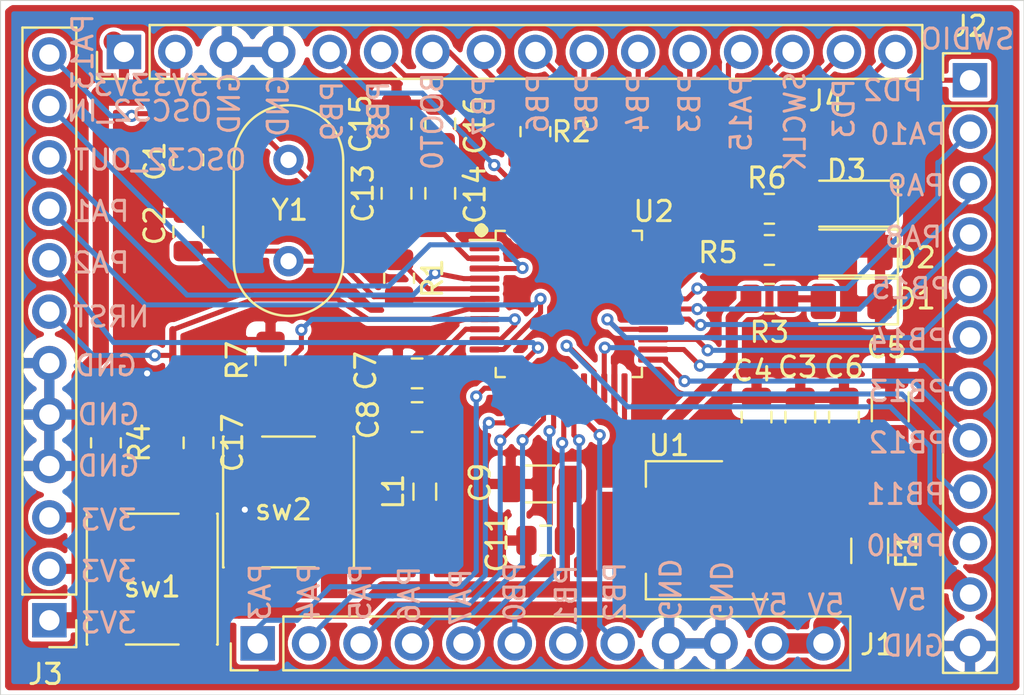
<source format=kicad_pcb>
(kicad_pcb (version 20171130) (host pcbnew "(5.1.9)-1")
  (title_block (title MM32F031C8T6) (date 2021-03-12) (rev v20))
  (layers (0 F.Cu signal) (31 B.Cu signal) (34 B.Paste user) (35 F.Paste user) (36 B.SilkS user) (37 F.SilkS user) (38 B.Mask user) (39 F.Mask user) (44 Edge.Cuts user))
  (net 0 "")
  (net 1 GND)
  (net 2 /OSC_IN)
  (net 3 /OSC_OUT)
  (net 4 /NRST)
  (net 5 +5V)
  (net 6 "Net-(D1-Pad2)")
  (net 7 "Net-(D2-Pad2)")
  (net 8 "Net-(D3-Pad2)")
  (net 9 /PA10)
  (net 10 /PA9)
  (net 11 /PB12)
  (net 12 /PB11)
  (net 13 /PB10)
  (net 14 /PB2)
  (net 15 /PB1)
  (net 16 /PB0)
  (net 17 /PA8)
  (net 18 /PA7)
  (net 19 /PA6)
  (net 20 /PA5)
  (net 21 /PA4)
  (net 22 /PA3)
  (net 23 /PA2)
  (net 24 /PA1)
  (net 25 /PC13_TAMPER_RTC)
  (net 26 /PB13)
  (net 27 /SWDIO)
  (net 28 /SWCLK)
  (net 29 /PA15)
  (net 30 /PA12)
  (net 31 /PA11)
  (net 32 /OSC32_IN)
  (net 33 /OSC32_OUT)
  (net 34 /PB9)
  (net 35 /PB8)
  (net 36 /PB7)
  (net 37 /PB6)
  (net 38 /PB5)
  (net 39 /PB4)
  (net 40 /PB3)
  (net 41 /PA0_WAKEUP)
  (net 42 /BOOT0)
  (net 43 /PB14)
  (net 44 /PB15)
  (net 45 /PD2)
  (net 46 /PD3)
  (net 47 "Net-(sw1-Pad2)")
  (net 48 "Net-(sw1-Pad4)")
  (net 49 "Net-(sw2-Pad2)")
  (net 50 "Net-(sw2-Pad4)")
  (net 51 /in5V)
  (net 52 /VDDA)
  (net 53 /3V3)
  (net 54 "Net-(J4-Pad7)")
  (net 55 "Net-(U2-Pad1)")
  (module Connector_PinHeader_2.54mm:PinHeader_1x12_P2.54mm_Vertical (layer F.Cu) (at 73.113 136.917 180)
    (fp_text reference J3 (at 0.1905 -2.667) (layer F.SilkS))
    (fp_text value Conn_01x12)
    (pad 12 thru_hole oval (at 0 27.94 180) (size 1.7 1.7) (drill 1) (layers *.Cu *.Mask) (net 25 /PC13_TAMPER_RTC))
    (pad 11 thru_hole oval (at 0 25.4 180) (size 1.7 1.7) (drill 1) (layers *.Cu *.Mask) (net 32 /OSC32_IN))
    (pad 10 thru_hole oval (at 0 22.86 180) (size 1.7 1.7) (drill 1) (layers *.Cu *.Mask) (net 33 /OSC32_OUT))
    (pad 9 thru_hole oval (at 0 20.32 180) (size 1.7 1.7) (drill 1) (layers *.Cu *.Mask) (net 24 /PA1))
    (pad 8 thru_hole oval (at 0 17.78 180) (size 1.7 1.7) (drill 1) (layers *.Cu *.Mask) (net 23 /PA2))
    (pad 7 thru_hole oval (at 0 15.24 180) (size 1.7 1.7) (drill 1) (layers *.Cu *.Mask) (net 4 /NRST))
    (pad 6 thru_hole oval (at 0 12.7 180) (size 1.7 1.7) (drill 1) (layers *.Cu *.Mask) (net 1 GND))
    (pad 5 thru_hole oval (at 0 10.16 180) (size 1.7 1.7) (drill 1) (layers *.Cu *.Mask) (net 1 GND))
    (pad 4 thru_hole oval (at 0 7.62 180) (size 1.7 1.7) (drill 1) (layers *.Cu *.Mask) (net 1 GND))
    (pad 3 thru_hole oval (at 0 5.08 180) (size 1.7 1.7) (drill 1) (layers *.Cu *.Mask) (net 53 /3V3))
    (pad 2 thru_hole oval (at 0 2.54 180) (size 1.7 1.7) (drill 1) (layers *.Cu *.Mask) (net 53 /3V3))
    (pad 1 thru_hole rect (at 0 0 180) (size 1.7 1.7) (drill 1) (layers *.Cu *.Mask) (net 53 /3V3))
  )
  (module Crystal:Resonator-2Pin_W10.0mm_H5.0mm (layer F.Cu) (at 84.924 114.184 270)
    (fp_text reference Y1 (at 2.4765 -0.0635 180) (layer F.SilkS))
    (fp_text value 8m)
    (pad 2 thru_hole circle (at 5 0 270) (size 1.5 1.5) (drill 0.8) (layers *.Cu *.Mask) (net 3 /OSC_OUT))
    (pad 1 thru_hole circle (at 0 0 270) (size 1.5 1.5) (drill 0.8) (layers *.Cu *.Mask) (net 2 /OSC_IN))
  )
  (module Package_QFP:LQFP-48_7x7mm_P0.5mm (layer F.Cu) (at 98.767 121.296)
    (fp_text reference U2 (at 4.191 -4.572) (layer F.SilkS))
    (fp_text value MM32F031C8T6)
    (pad 48 smd roundrect (at -2.75 -4.1625) (size 0.3 1.475) (layers F.Cu F.Paste F.Mask) (net 53 /3V3))
    (pad 47 smd roundrect (at -2.25 -4.1625) (size 0.3 1.475) (layers F.Cu F.Paste F.Mask) (net 1 GND))
    (pad 46 smd roundrect (at -1.75 -4.1625) (size 0.3 1.475) (layers F.Cu F.Paste F.Mask) (net 34 /PB9))
    (pad 45 smd roundrect (at -1.25 -4.1625) (size 0.3 1.475) (layers F.Cu F.Paste F.Mask) (net 35 /PB8))
    (pad 44 smd roundrect (at -0.75 -4.1625) (size 0.3 1.475) (layers F.Cu F.Paste F.Mask) (net 42 /BOOT0))
    (pad 43 smd roundrect (at -0.25 -4.1625) (size 0.3 1.475) (layers F.Cu F.Paste F.Mask) (net 36 /PB7))
    (pad 42 smd roundrect (at 0.25 -4.1625) (size 0.3 1.475) (layers F.Cu F.Paste F.Mask) (net 37 /PB6))
    (pad 41 smd roundrect (at 0.75 -4.1625) (size 0.3 1.475) (layers F.Cu F.Paste F.Mask) (net 38 /PB5))
    (pad 40 smd roundrect (at 1.25 -4.1625) (size 0.3 1.475) (layers F.Cu F.Paste F.Mask) (net 39 /PB4))
    (pad 39 smd roundrect (at 1.75 -4.1625) (size 0.3 1.475) (layers F.Cu F.Paste F.Mask) (net 40 /PB3))
    (pad 38 smd roundrect (at 2.25 -4.1625) (size 0.3 1.475) (layers F.Cu F.Paste F.Mask) (net 29 /PA15))
    (pad 37 smd roundrect (at 2.75 -4.1625) (size 0.3 1.475) (layers F.Cu F.Paste F.Mask) (net 28 /SWCLK))
    (pad 36 smd roundrect (at 4.1625 -2.75) (size 1.475 0.3) (layers F.Cu F.Paste F.Mask) (net 46 /PD3))
    (pad 35 smd roundrect (at 4.1625 -2.25) (size 1.475 0.3) (layers F.Cu F.Paste F.Mask) (net 45 /PD2))
    (pad 34 smd roundrect (at 4.1625 -1.75) (size 1.475 0.3) (layers F.Cu F.Paste F.Mask) (net 27 /SWDIO))
    (pad 33 smd roundrect (at 4.1625 -1.25) (size 1.475 0.3) (layers F.Cu F.Paste F.Mask) (net 30 /PA12))
    (pad 32 smd roundrect (at 4.1625 -0.75) (size 1.475 0.3) (layers F.Cu F.Paste F.Mask) (net 31 /PA11))
    (pad 31 smd roundrect (at 4.1625 -0.25) (size 1.475 0.3) (layers F.Cu F.Paste F.Mask) (net 9 /PA10))
    (pad 30 smd roundrect (at 4.1625 0.25) (size 1.475 0.3) (layers F.Cu F.Paste F.Mask) (net 10 /PA9))
    (pad 29 smd roundrect (at 4.1625 0.75) (size 1.475 0.3) (layers F.Cu F.Paste F.Mask) (net 17 /PA8))
    (pad 28 smd roundrect (at 4.1625 1.25) (size 1.475 0.3) (layers F.Cu F.Paste F.Mask) (net 44 /PB15))
    (pad 27 smd roundrect (at 4.1625 1.75) (size 1.475 0.3) (layers F.Cu F.Paste F.Mask) (net 43 /PB14))
    (pad 26 smd roundrect (at 4.1625 2.25) (size 1.475 0.3) (layers F.Cu F.Paste F.Mask) (net 26 /PB13))
    (pad 25 smd roundrect (at 4.1625 2.75) (size 1.475 0.3) (layers F.Cu F.Paste F.Mask) (net 11 /PB12))
    (pad 24 smd roundrect (at 2.75 4.1625) (size 0.3 1.475) (layers F.Cu F.Paste F.Mask) (net 53 /3V3))
    (pad 23 smd roundrect (at 2.25 4.1625) (size 0.3 1.475) (layers F.Cu F.Paste F.Mask) (net 1 GND))
    (pad 22 smd roundrect (at 1.75 4.1625) (size 0.3 1.475) (layers F.Cu F.Paste F.Mask) (net 12 /PB11))
    (pad 21 smd roundrect (at 1.25 4.1625) (size 0.3 1.475) (layers F.Cu F.Paste F.Mask) (net 13 /PB10))
    (pad 20 smd roundrect (at 0.75 4.1625) (size 0.3 1.475) (layers F.Cu F.Paste F.Mask) (net 14 /PB2))
    (pad 19 smd roundrect (at 0.25 4.1625) (size 0.3 1.475) (layers F.Cu F.Paste F.Mask) (net 15 /PB1))
    (pad 18 smd roundrect (at -0.25 4.1625) (size 0.3 1.475) (layers F.Cu F.Paste F.Mask) (net 16 /PB0))
    (pad 17 smd roundrect (at -0.75 4.1625) (size 0.3 1.475) (layers F.Cu F.Paste F.Mask) (net 18 /PA7))
    (pad 16 smd roundrect (at -1.25 4.1625) (size 0.3 1.475) (layers F.Cu F.Paste F.Mask) (net 19 /PA6))
    (pad 15 smd roundrect (at -1.75 4.1625) (size 0.3 1.475) (layers F.Cu F.Paste F.Mask) (net 20 /PA5))
    (pad 14 smd roundrect (at -2.25 4.1625) (size 0.3 1.475) (layers F.Cu F.Paste F.Mask) (net 21 /PA4))
    (pad 13 smd roundrect (at -2.75 4.1625) (size 0.3 1.475) (layers F.Cu F.Paste F.Mask) (net 22 /PA3))
    (pad 12 smd roundrect (at -4.1625 2.75) (size 1.475 0.3) (layers F.Cu F.Paste F.Mask) (net 23 /PA2))
    (pad 11 smd roundrect (at -4.1625 2.25) (size 1.475 0.3) (layers F.Cu F.Paste F.Mask) (net 24 /PA1))
    (pad 10 smd roundrect (at -4.1625 1.75) (size 1.475 0.3) (layers F.Cu F.Paste F.Mask) (net 41 /PA0_WAKEUP))
    (pad 9 smd roundrect (at -4.1625 1.25) (size 1.475 0.3) (layers F.Cu F.Paste F.Mask) (net 52 /VDDA))
    (pad 8 smd roundrect (at -4.1625 0.75) (size 1.475 0.3) (layers F.Cu F.Paste F.Mask) (net 1 GND))
    (pad 7 smd roundrect (at -4.1625 0.25) (size 1.475 0.3) (layers F.Cu F.Paste F.Mask) (net 4 /NRST))
    (pad 6 smd roundrect (at -4.1625 -0.25) (size 1.475 0.3) (layers F.Cu F.Paste F.Mask) (net 3 /OSC_OUT))
    (pad 5 smd roundrect (at -4.1625 -0.75) (size 1.475 0.3) (layers F.Cu F.Paste F.Mask) (net 2 /OSC_IN))
    (pad 4 smd roundrect (at -4.1625 -1.25) (size 1.475 0.3) (layers F.Cu F.Paste F.Mask) (net 33 /OSC32_OUT))
    (pad 3 smd roundrect (at -4.1625 -1.75) (size 1.475 0.3) (layers F.Cu F.Paste F.Mask) (net 32 /OSC32_IN))
    (pad 2 smd roundrect (at -4.1625 -2.25) (size 1.475 0.3) (layers F.Cu F.Paste F.Mask) (net 25 /PC13_TAMPER_RTC))
    (pad 1 smd roundrect (at -4.1625 -2.75) (size 1.475 0.3) (layers F.Cu F.Paste F.Mask) (net 55 "Net-(U2-Pad1)"))
  )
  (module Package_TO_SOT_SMD:SOT-223 (layer F.Cu) (at 104.482 132.472 180)
    (fp_text reference U1 (at 0.762 4.191) (layer F.SilkS))
    (fp_text value MyAMS1117-3.3V)
    (pad 1 smd rect (at -3.15 -2.3 180) (size 2 1.5) (layers F.Cu F.Paste F.Mask) (net 1 GND))
    (pad 3 smd rect (at -3.15 2.3 180) (size 2 1.5) (layers F.Cu F.Paste F.Mask) (net 5 +5V))
    (pad 2 smd rect (at -3.15 0 180) (size 2 1.5) (layers F.Cu F.Paste F.Mask) (net 53 /3V3))
    (pad 4 smd rect (at 3.15 0 180) (size 2 3.8) (layers F.Cu F.Paste F.Mask) (net 53 /3V3))
  )
  (module MyPackaging:SW_Push_1P1T_NO_6x6mm_H9.5mm (layer F.Cu) (at 84.924 131.075 90)
    (fp_text reference sw2 (at -0.381 -0.254 180) (layer F.SilkS))
    (fp_text value switch_4p1t)
    (pad 3 smd rect (at -3.975 2.25 90) (size 1.55 1.3) (layers F.Cu F.Paste F.Mask) (net 41 /PA0_WAKEUP))
    (pad 1 smd rect (at -3.975 -2.25 90) (size 1.55 1.3) (layers F.Cu F.Paste F.Mask) (net 53 /3V3))
    (pad 2 smd rect (at 3.975 -2.25 90) (size 1.55 1.3) (layers F.Cu F.Paste F.Mask) (net 49 "Net-(sw2-Pad2)"))
    (pad 4 smd rect (at 3.975 2.25 90) (size 1.55 1.3) (layers F.Cu F.Paste F.Mask) (net 50 "Net-(sw2-Pad4)"))
  )
  (module MyPackaging:SW_Push_1P1T_NO_6x6mm_H9.5mm (layer F.Cu) (at 78.193 134.885 270)
    (fp_text reference sw1 (at 0.381 0 180) (layer F.SilkS))
    (fp_text value switch_4p1t)
    (pad 3 smd rect (at -3.975 2.25 270) (size 1.55 1.3) (layers F.Cu F.Paste F.Mask) (net 4 /NRST))
    (pad 1 smd rect (at -3.975 -2.25 270) (size 1.55 1.3) (layers F.Cu F.Paste F.Mask) (net 1 GND))
    (pad 2 smd rect (at 3.975 -2.25 270) (size 1.55 1.3) (layers F.Cu F.Paste F.Mask) (net 47 "Net-(sw1-Pad2)"))
    (pad 4 smd rect (at 3.975 2.25 270) (size 1.55 1.3) (layers F.Cu F.Paste F.Mask) (net 48 "Net-(sw1-Pad4)"))
  )
  (module Resistor_SMD:R_0805_2012Metric (layer F.Cu) (at 84.035 124.09 90)
    (fp_text reference R7 (at 0 -1.65 90) (layer F.SilkS))
    (fp_text value 10k)
    (pad 2 smd roundrect (at 0.9125 0 90) (size 1.025 1.4) (layers F.Cu F.Paste F.Mask) (roundrect_rratio 0.2439004878048781) (net 1 GND))
    (pad 1 smd roundrect (at -0.9125 0 90) (size 1.025 1.4) (layers F.Cu F.Paste F.Mask) (roundrect_rratio 0.2439004878048781) (net 41 /PA0_WAKEUP))
  )
  (module Resistor_SMD:R_0805_2012Metric (layer F.Cu) (at 108.673 116.597 180)
    (fp_text reference R6 (at 0.127 1.524) (layer F.SilkS))
    (fp_text value 1k)
    (pad 1 smd roundrect (at -0.9125 0 180) (size 1.025 1.4) (layers F.Cu F.Paste F.Mask) (roundrect_rratio 0.2439004878048781) (net 8 "Net-(D3-Pad2)"))
    (pad 2 smd roundrect (at 0.9125 0 180) (size 1.025 1.4) (layers F.Cu F.Paste F.Mask) (roundrect_rratio 0.2439004878048781) (net 30 /PA12))
  )
  (module Resistor_SMD:R_0805_2012Metric (layer F.Cu) (at 108.673 118.629 180)
    (fp_text reference R5 (at 2.54 -0.127) (layer F.SilkS))
    (fp_text value 1k)
    (pad 1 smd roundrect (at -0.9125 0 180) (size 1.025 1.4) (layers F.Cu F.Paste F.Mask) (roundrect_rratio 0.2439004878048781) (net 7 "Net-(D2-Pad2)"))
    (pad 2 smd roundrect (at 0.9125 0 180) (size 1.025 1.4) (layers F.Cu F.Paste F.Mask) (roundrect_rratio 0.2439004878048781) (net 31 /PA11))
  )
  (module Resistor_SMD:R_0805_2012Metric (layer F.Cu) (at 75.907 128.154 270)
    (fp_text reference R4 (at 0 -1.65 90) (layer F.SilkS))
    (fp_text value 10k)
    (pad 2 smd roundrect (at 0.9125 0 270) (size 1.025 1.4) (layers F.Cu F.Paste F.Mask) (roundrect_rratio 0.2439004878048781) (net 4 /NRST))
    (pad 1 smd roundrect (at -0.9125 0 270) (size 1.025 1.4) (layers F.Cu F.Paste F.Mask) (roundrect_rratio 0.2439004878048781) (net 53 /3V3))
  )
  (module Resistor_SMD:R_0805_2012Metric (layer F.Cu) (at 108.673 121.042 180)
    (fp_text reference R3 (at 0 -1.65) (layer F.SilkS))
    (fp_text value 1k)
    (pad 2 smd roundrect (at 0.9125 0 180) (size 1.025 1.4) (layers F.Cu F.Paste F.Mask) (roundrect_rratio 0.2439004878048781) (net 53 /3V3))
    (pad 1 smd roundrect (at -0.9125 0 180) (size 1.025 1.4) (layers F.Cu F.Paste F.Mask) (roundrect_rratio 0.2439004878048781) (net 6 "Net-(D1-Pad2)"))
  )
  (module Resistor_SMD:R_0805_2012Metric (layer F.Cu) (at 97.116 112.787 270)
    (fp_text reference R2 (at 0 -1.778) (layer F.SilkS))
    (fp_text value 10k)
    (pad 2 smd roundrect (at 0.9125 0 270) (size 1.025 1.4) (layers F.Cu F.Paste F.Mask) (roundrect_rratio 0.2439004878048781) (net 42 /BOOT0))
    (pad 1 smd roundrect (at -0.9125 0 270) (size 1.025 1.4) (layers F.Cu F.Paste F.Mask) (roundrect_rratio 0.2439004878048781) (net 54 "Net-(J4-Pad7)"))
  )
  (module Resistor_SMD:R_0805_2012Metric (layer F.Cu) (at 90.385 120.026 270)
    (fp_text reference R1 (at 0 -1.65 90) (layer F.SilkS))
    (fp_text value 1m)
    (pad 2 smd roundrect (at 0.9125 0 270) (size 1.025 1.4) (layers F.Cu F.Paste F.Mask) (roundrect_rratio 0.2439004878048781) (net 3 /OSC_OUT))
    (pad 1 smd roundrect (at -0.9125 0 270) (size 1.025 1.4) (layers F.Cu F.Paste F.Mask) (roundrect_rratio 0.2439004878048781) (net 2 /OSC_IN))
  )
  (module Inductor_SMD:L_0805_2012Metric (layer F.Cu) (at 91.655 130.567 90)
    (fp_text reference L1 (at 0 -1.55 90) (layer F.SilkS))
    (fp_text value 3.3uH)
    (pad 2 smd roundrect (at 1.0625 0 90) (size 0.875 1.2) (layers F.Cu F.Paste F.Mask) (net 52 /VDDA))
    (pad 1 smd roundrect (at -1.0625 0 90) (size 0.875 1.2) (layers F.Cu F.Paste F.Mask) (net 53 /3V3))
  )
  (module Connector_PinHeader_2.54mm:PinHeader_1x16_P2.54mm_Vertical (layer F.Cu) (at 76.796 108.85 90)
    (fp_text reference J4 (at -2.413 34.671 180) (layer F.SilkS))
    (fp_text value Conn_01x16)
    (pad 16 thru_hole oval (at 0 38.1 90) (size 1.7 1.7) (drill 1) (layers *.Cu *.Mask) (net 45 /PD2))
    (pad 15 thru_hole oval (at 0 35.56 90) (size 1.7 1.7) (drill 1) (layers *.Cu *.Mask) (net 46 /PD3))
    (pad 14 thru_hole oval (at 0 33.02 90) (size 1.7 1.7) (drill 1) (layers *.Cu *.Mask) (net 28 /SWCLK))
    (pad 13 thru_hole oval (at 0 30.48 90) (size 1.7 1.7) (drill 1) (layers *.Cu *.Mask) (net 29 /PA15))
    (pad 12 thru_hole oval (at 0 27.94 90) (size 1.7 1.7) (drill 1) (layers *.Cu *.Mask) (net 40 /PB3))
    (pad 11 thru_hole oval (at 0 25.4 90) (size 1.7 1.7) (drill 1) (layers *.Cu *.Mask) (net 39 /PB4))
    (pad 10 thru_hole oval (at 0 22.86 90) (size 1.7 1.7) (drill 1) (layers *.Cu *.Mask) (net 38 /PB5))
    (pad 9 thru_hole oval (at 0 20.32 90) (size 1.7 1.7) (drill 1) (layers *.Cu *.Mask) (net 37 /PB6))
    (pad 8 thru_hole oval (at 0 17.78 90) (size 1.7 1.7) (drill 1) (layers *.Cu *.Mask) (net 36 /PB7))
    (pad 7 thru_hole oval (at 0 15.24 90) (size 1.7 1.7) (drill 1) (layers *.Cu *.Mask) (net 54 "Net-(J4-Pad7)"))
    (pad 6 thru_hole oval (at 0 12.7 90) (size 1.7 1.7) (drill 1) (layers *.Cu *.Mask) (net 35 /PB8))
    (pad 5 thru_hole oval (at 0 10.16 90) (size 1.7 1.7) (drill 1) (layers *.Cu *.Mask) (net 34 /PB9))
    (pad 4 thru_hole oval (at 0 7.62 90) (size 1.7 1.7) (drill 1) (layers *.Cu *.Mask) (net 1 GND))
    (pad 3 thru_hole oval (at 0 5.08 90) (size 1.7 1.7) (drill 1) (layers *.Cu *.Mask) (net 1 GND))
    (pad 2 thru_hole oval (at 0 2.54 90) (size 1.7 1.7) (drill 1) (layers *.Cu *.Mask) (net 53 /3V3))
    (pad 1 thru_hole rect (at 0 0 90) (size 1.7 1.7) (drill 1) (layers *.Cu *.Mask) (net 53 /3V3))
  )
  (module Connector_PinHeader_2.54mm:PinHeader_1x12_P2.54mm_Vertical (layer F.Cu) (at 118.579 110.247)
    (fp_text reference J2 (at 0 -2.667) (layer F.SilkS))
    (fp_text value Conn_01x12)
    (pad 1 thru_hole rect (at 0 0) (size 1.7 1.7) (drill 1) (layers *.Cu *.Mask) (net 27 /SWDIO))
    (pad 2 thru_hole oval (at 0 2.54) (size 1.7 1.7) (drill 1) (layers *.Cu *.Mask) (net 9 /PA10))
    (pad 3 thru_hole oval (at 0 5.08) (size 1.7 1.7) (drill 1) (layers *.Cu *.Mask) (net 10 /PA9))
    (pad 4 thru_hole oval (at 0 7.62) (size 1.7 1.7) (drill 1) (layers *.Cu *.Mask) (net 17 /PA8))
    (pad 5 thru_hole oval (at 0 10.16) (size 1.7 1.7) (drill 1) (layers *.Cu *.Mask) (net 44 /PB15))
    (pad 6 thru_hole oval (at 0 12.7) (size 1.7 1.7) (drill 1) (layers *.Cu *.Mask) (net 43 /PB14))
    (pad 7 thru_hole oval (at 0 15.24) (size 1.7 1.7) (drill 1) (layers *.Cu *.Mask) (net 26 /PB13))
    (pad 8 thru_hole oval (at 0 17.78) (size 1.7 1.7) (drill 1) (layers *.Cu *.Mask) (net 11 /PB12))
    (pad 9 thru_hole oval (at 0 20.32) (size 1.7 1.7) (drill 1) (layers *.Cu *.Mask) (net 12 /PB11))
    (pad 10 thru_hole oval (at 0 22.86) (size 1.7 1.7) (drill 1) (layers *.Cu *.Mask) (net 13 /PB10))
    (pad 11 thru_hole oval (at 0 25.4) (size 1.7 1.7) (drill 1) (layers *.Cu *.Mask) (net 51 /in5V))
    (pad 12 thru_hole oval (at 0 27.94) (size 1.7 1.7) (drill 1) (layers *.Cu *.Mask) (net 1 GND))
  )
  (module Connector_PinHeader_2.54mm:PinHeader_1x12_P2.54mm_Vertical (layer F.Cu) (at 83.4 138.06 90)
    (fp_text reference J1 (at -0.0635 30.607 180) (layer F.SilkS))
    (fp_text value Conn_01x12)
    (pad 12 thru_hole oval (at 0 27.94 90) (size 1.7 1.7) (drill 1) (layers *.Cu *.Mask) (net 51 /in5V))
    (pad 11 thru_hole oval (at 0 25.4 90) (size 1.7 1.7) (drill 1) (layers *.Cu *.Mask) (net 51 /in5V))
    (pad 10 thru_hole oval (at 0 22.86 90) (size 1.7 1.7) (drill 1) (layers *.Cu *.Mask) (net 1 GND))
    (pad 9 thru_hole oval (at 0 20.32 90) (size 1.7 1.7) (drill 1) (layers *.Cu *.Mask) (net 1 GND))
    (pad 8 thru_hole oval (at 0 17.78 90) (size 1.7 1.7) (drill 1) (layers *.Cu *.Mask) (net 14 /PB2))
    (pad 7 thru_hole oval (at 0 15.24 90) (size 1.7 1.7) (drill 1) (layers *.Cu *.Mask) (net 15 /PB1))
    (pad 6 thru_hole oval (at 0 12.7 90) (size 1.7 1.7) (drill 1) (layers *.Cu *.Mask) (net 16 /PB0))
    (pad 5 thru_hole oval (at 0 10.16 90) (size 1.7 1.7) (drill 1) (layers *.Cu *.Mask) (net 18 /PA7))
    (pad 4 thru_hole oval (at 0 7.62 90) (size 1.7 1.7) (drill 1) (layers *.Cu *.Mask) (net 19 /PA6))
    (pad 3 thru_hole oval (at 0 5.08 90) (size 1.7 1.7) (drill 1) (layers *.Cu *.Mask) (net 20 /PA5))
    (pad 2 thru_hole oval (at 0 2.54 90) (size 1.7 1.7) (drill 1) (layers *.Cu *.Mask) (net 21 /PA4))
    (pad 1 thru_hole rect (at 0 0 90) (size 1.7 1.7) (drill 1) (layers *.Cu *.Mask) (net 22 /PA3))
  )
  (module Fuse:Fuse_1206_3216Metric (layer F.Cu) (at 113.626 133.488 270)
    (fp_text reference F1 (at 0 -1.82 90) (layer F.SilkS))
    (fp_text value Polyfuse)
    (pad 2 smd roundrect (at 1.4 0 270) (size 1.25 1.75) (layers F.Cu F.Paste F.Mask) (roundrect_rratio 0.2) (net 51 /in5V))
    (pad 1 smd roundrect (at -1.4 0 270) (size 1.25 1.75) (layers F.Cu F.Paste F.Mask) (roundrect_rratio 0.2) (net 5 +5V))
  )
  (module LED_SMD:LED_1206_3216Metric (layer F.Cu) (at 112.737 116.343 180)
    (fp_text reference D3 (at 0.254 1.651) (layer F.SilkS))
    (fp_text value LED)
    (pad 2 smd roundrect (at 1.4 0 180) (size 1.25 1.75) (layers F.Cu F.Paste F.Mask) (roundrect_rratio 0.2) (net 8 "Net-(D3-Pad2)"))
    (pad 1 smd roundrect (at -1.4 0 180) (size 1.25 1.75) (layers F.Cu F.Paste F.Mask) (roundrect_rratio 0.2) (net 1 GND))
  )
  (module LED_SMD:LED_1206_3216Metric (layer F.Cu) (at 112.737 118.756 180)
    (fp_text reference D2 (at -3.175 -0.254) (layer F.SilkS))
    (fp_text value LED)
    (pad 2 smd roundrect (at 1.4 0 180) (size 1.25 1.75) (layers F.Cu F.Paste F.Mask) (roundrect_rratio 0.2) (net 7 "Net-(D2-Pad2)"))
    (pad 1 smd roundrect (at -1.4 0 180) (size 1.25 1.75) (layers F.Cu F.Paste F.Mask) (roundrect_rratio 0.2) (net 1 GND))
  )
  (module LED_SMD:LED_1206_3216Metric (layer F.Cu) (at 112.737 121.169 180)
    (fp_text reference D1 (at -3.175 0.127) (layer F.SilkS))
    (fp_text value LED)
    (pad 2 smd roundrect (at 1.4 0 180) (size 1.25 1.75) (layers F.Cu F.Paste F.Mask) (roundrect_rratio 0.2) (net 6 "Net-(D1-Pad2)"))
    (pad 1 smd roundrect (at -1.4 0 180) (size 1.25 1.75) (layers F.Cu F.Paste F.Mask) (roundrect_rratio 0.2) (net 1 GND))
  )
  (module Capacitor_SMD:C_0805_2012Metric (layer F.Cu) (at 80.479 128.154 270)
    (fp_text reference C17 (at 0 -1.68 90) (layer F.SilkS))
    (fp_text value 100nf)
    (pad 2 smd roundrect (at 0.95 0 270) (size 1 1.45) (layers F.Cu F.Paste F.Mask) (net 1 GND))
    (pad 1 smd roundrect (at -0.95 0 270) (size 1 1.45) (layers F.Cu F.Paste F.Mask) (net 4 /NRST))
  )
  (module Capacitor_SMD:C_0805_2012Metric (layer F.Cu) (at 92.417 112.406 90)
    (fp_text reference C16 (at -0.0635 1.7145 90) (layer F.SilkS))
    (fp_text value 10nF)
    (pad 2 smd roundrect (at 0.95 0 90) (size 1 1.45) (layers F.Cu F.Paste F.Mask) (net 1 GND))
    (pad 1 smd roundrect (at -0.95 0 90) (size 1 1.45) (layers F.Cu F.Paste F.Mask) (net 53 /3V3))
  )
  (module Capacitor_SMD:C_0805_2012Metric (layer F.Cu) (at 90.258 112.406 90)
    (fp_text reference C15 (at 0 -1.778 270) (layer F.SilkS))
    (fp_text value 1uF)
    (pad 2 smd roundrect (at 0.95 0 90) (size 1 1.45) (layers F.Cu F.Paste F.Mask) (net 1 GND))
    (pad 1 smd roundrect (at -0.95 0 90) (size 1 1.45) (layers F.Cu F.Paste F.Mask) (net 53 /3V3))
  )
  (module Capacitor_SMD:C_0805_2012Metric (layer F.Cu) (at 92.417 115.835 270)
    (fp_text reference C14 (at 0.0635 -1.7145 270) (layer F.SilkS))
    (fp_text value 10nF)
    (pad 2 smd roundrect (at 0.95 0 270) (size 1 1.45) (layers F.Cu F.Paste F.Mask) (net 1 GND))
    (pad 1 smd roundrect (at -0.95 0 270) (size 1 1.45) (layers F.Cu F.Paste F.Mask) (net 53 /3V3))
  )
  (module Capacitor_SMD:C_0805_2012Metric (layer F.Cu) (at 90.258 115.835 270)
    (fp_text reference C13 (at 0 1.651 90) (layer F.SilkS))
    (fp_text value 1uF)
    (pad 2 smd roundrect (at 0.95 0 270) (size 1 1.45) (layers F.Cu F.Paste F.Mask) (net 1 GND))
    (pad 1 smd roundrect (at -0.95 0 270) (size 1 1.45) (layers F.Cu F.Paste F.Mask) (net 53 /3V3))
  )
  (module Capacitor_SMD:C_0805_2012Metric (layer F.Cu) (at 97.624 132.98 180)
    (fp_text reference C11 (at 2.413 -0.127 90) (layer F.SilkS))
    (fp_text value 100nf)
    (pad 2 smd roundrect (at 0.95 0 180) (size 1 1.45) (layers F.Cu F.Paste F.Mask) (net 1 GND))
    (pad 1 smd roundrect (at -0.95 0 180) (size 1 1.45) (layers F.Cu F.Paste F.Mask) (net 53 /3V3))
  )
  (module Capacitor_SMD:C_1206_3216Metric (layer F.Cu) (at 97.37 130.186 180)
    (fp_text reference C9 (at 2.9845 0.0635 90) (layer F.SilkS))
    (fp_text value 10uf)
    (pad 2 smd roundrect (at 1.475 0 180) (size 1.15 1.8) (layers F.Cu F.Paste F.Mask) (roundrect_rratio 0.2173904347826087) (net 1 GND))
    (pad 1 smd roundrect (at -1.475 0 180) (size 1.15 1.8) (layers F.Cu F.Paste F.Mask) (roundrect_rratio 0.2173904347826087) (net 53 /3V3))
  )
  (module Capacitor_SMD:C_0805_2012Metric (layer F.Cu) (at 91.274 126.884 180)
    (fp_text reference C8 (at 2.413 -0.127 90) (layer F.SilkS))
    (fp_text value 10nF)
    (pad 2 smd roundrect (at 0.95 0 180) (size 1 1.45) (layers F.Cu F.Paste F.Mask) (net 1 GND))
    (pad 1 smd roundrect (at -0.95 0 180) (size 1 1.45) (layers F.Cu F.Paste F.Mask) (net 52 /VDDA))
  )
  (module Capacitor_SMD:C_0805_2012Metric (layer F.Cu) (at 91.274 124.725 180)
    (fp_text reference C7 (at 2.54 0.127 90) (layer F.SilkS))
    (fp_text value 1uF)
    (pad 2 smd roundrect (at 0.95 0 180) (size 1 1.45) (layers F.Cu F.Paste F.Mask) (net 1 GND))
    (pad 1 smd roundrect (at -0.95 0 180) (size 1 1.45) (layers F.Cu F.Paste F.Mask) (net 52 /VDDA))
  )
  (module Capacitor_SMD:C_0805_2012Metric (layer F.Cu) (at 112.356 126.884 90)
    (fp_text reference C6 (at 2.4765 0 180) (layer F.SilkS))
    (fp_text value 100nf)
    (pad 2 smd roundrect (at 0.95 0 90) (size 1 1.45) (layers F.Cu F.Paste F.Mask) (net 1 GND))
    (pad 1 smd roundrect (at -0.95 0 90) (size 1 1.45) (layers F.Cu F.Paste F.Mask) (net 5 +5V))
  )
  (module Capacitor_SMD:C_1206_3216Metric (layer F.Cu) (at 114.642 126.376 90)
    (fp_text reference C5 (at 2.921 -0.1905 180) (layer F.SilkS))
    (fp_text value 10uf)
    (pad 2 smd roundrect (at 1.475 0 90) (size 1.15 1.8) (layers F.Cu F.Paste F.Mask) (roundrect_rratio 0.2173904347826087) (net 1 GND))
    (pad 1 smd roundrect (at -1.475 0 90) (size 1.15 1.8) (layers F.Cu F.Paste F.Mask) (roundrect_rratio 0.2173904347826087) (net 5 +5V))
  )
  (module Capacitor_SMD:C_0805_2012Metric (layer F.Cu) (at 108.038 126.884 90)
    (fp_text reference C4 (at 2.286 -0.1905 180) (layer F.SilkS))
    (fp_text value 10nF)
    (pad 2 smd roundrect (at 0.95 0 90) (size 1 1.45) (layers F.Cu F.Paste F.Mask) (net 1 GND))
    (pad 1 smd roundrect (at -0.95 0 90) (size 1 1.45) (layers F.Cu F.Paste F.Mask) (net 5 +5V))
  )
  (module Capacitor_SMD:C_0805_2012Metric (layer F.Cu) (at 110.197 126.884 90)
    (fp_text reference C3 (at 2.4765 -0.127 180) (layer F.SilkS))
    (fp_text value 1uF)
    (pad 2 smd roundrect (at 0.95 0 90) (size 1 1.45) (layers F.Cu F.Paste F.Mask) (net 1 GND))
    (pad 1 smd roundrect (at -0.95 0 90) (size 1 1.45) (layers F.Cu F.Paste F.Mask) (net 5 +5V))
  )
  (module Capacitor_SMD:C_0805_2012Metric (layer F.Cu) (at 79.971 117.74 90)
    (fp_text reference C2 (at 0.3175 -1.651 90) (layer F.SilkS))
    (fp_text value 20pf)
    (pad 2 smd roundrect (at 0.95 0 90) (size 1 1.45) (layers F.Cu F.Paste F.Mask) (net 1 GND))
    (pad 1 smd roundrect (at -0.95 0 90) (size 1 1.45) (layers F.Cu F.Paste F.Mask) (net 3 /OSC_OUT))
  )
  (module Capacitor_SMD:C_0805_2012Metric (layer F.Cu) (at 79.971 114.184 270)
    (fp_text reference C1 (at 0.0635 1.651 90) (layer F.SilkS))
    (fp_text value 20pf)
    (pad 2 smd roundrect (at 0.95 0 270) (size 1 1.45) (layers F.Cu F.Paste F.Mask) (net 1 GND))
    (pad 1 smd roundrect (at -0.95 0 270) (size 1 1.45) (layers F.Cu F.Paste F.Mask) (net 2 /OSC_IN))
  )
  (gr_text . (at 94.449 116.851) (layer F.SilkS) (effects (font (size 2 2) (thickness 0.5))))
  (gr_text PD2 (at 114.769 110.755) (layer B.SilkS) (effects (font (size 1 1)) (justify mirror)))
  (gr_text PD3 (at 112.356 111.644 90) (layer B.SilkS) (effects (font (size 1 1)) (justify mirror)))
  (gr_text SWCLK (at 109.943 112.279 90) (layer B.SilkS) (effects (font (size 1 1)) (justify mirror)))
  (gr_text PA15 (at 107.276 111.898 90) (layer B.SilkS) (effects (font (size 1 1)) (justify mirror)))
  (gr_text PB3 (at 104.736 111.39 90) (layer B.SilkS) (effects (font (size 1 1)) (justify mirror)))
  (gr_text PB4 (at 102.196 111.39 90) (layer B.SilkS) (effects (font (size 1 1)) (justify mirror)))
  (gr_text PB5 (at 99.656 111.39 90) (layer B.SilkS) (effects (font (size 1 1)) (justify mirror)))
  (gr_text PB6 (at 97.243 111.39 90) (layer B.SilkS) (effects (font (size 1 1)) (justify mirror)))
  (gr_text PB7 (at 94.576 111.517 90) (layer B.SilkS) (effects (font (size 1 1)) (justify mirror)))
  (gr_text BOOT0 (at 92.036 112.279 90) (layer B.SilkS) (effects (font (size 1 1)) (justify mirror)))
  (gr_text PB8 (at 89.369 111.771 90) (layer B.SilkS) (effects (font (size 1 1)) (justify mirror)))
  (gr_text PB9 (at 87.083 111.771 90) (layer B.SilkS) (effects (font (size 1 1)) (justify mirror)))
  (gr_text GND (at 84.416 111.517 90) (layer B.SilkS) (effects (font (size 1 1)) (justify mirror)))
  (gr_text GND (at 82.003 111.39 90) (layer B.SilkS) (effects (font (size 1 1)) (justify mirror)))
  (gr_text 3V3 (at 79.59 110.501) (layer B.SilkS) (effects (font (size 1 1)) (justify mirror)))
  (gr_text 3V3 (at 76.669 110.501) (layer B.SilkS) (effects (font (size 1 1)) (justify mirror)))
  (gr_text PA13 (at 74.764 108.85 90) (layer B.SilkS) (effects (font (size 1 1)) (justify mirror)))
  (gr_text OSC32_IN (at 77.558 111.771) (layer B.SilkS) (effects (font (size 1 1)) (justify mirror)))
  (gr_text OSC32_OUT (at 78.574 114.184) (layer B.SilkS) (effects (font (size 1 1)) (justify mirror)))
  (gr_text PA1 (at 75.653 116.724) (layer B.SilkS) (effects (font (size 1 1)) (justify mirror)))
  (gr_text PA2 (at 75.653 119.264) (layer B.SilkS) (effects (font (size 1 1)) (justify mirror)))
  (gr_text NRST (at 76.161 121.931) (layer B.SilkS) (effects (font (size 1 1)) (justify mirror)))
  (gr_text GND (at 75.907 124.344) (layer B.SilkS) (effects (font (size 1 1)) (justify mirror)))
  (gr_text GND (at 76.034 126.757) (layer B.SilkS) (effects (font (size 1 1)) (justify mirror)))
  (gr_text GND (at 76.034 129.297) (layer B.SilkS) (effects (font (size 1 1)) (justify mirror)))
  (gr_text 3V3 (at 76.034 131.964) (layer B.SilkS) (effects (font (size 1 1)) (justify mirror)))
  (gr_text 3V3 (at 76.034 134.504) (layer B.SilkS) (effects (font (size 1 1)) (justify mirror)))
  (gr_text 3V3 (at 76.034 137.044) (layer B.SilkS) (effects (font (size 1 1)) (justify mirror)))
  (gr_text PA3 (at 83.527 135.52 90) (layer B.SilkS) (effects (font (size 1 1)) (justify mirror)))
  (gr_text PA4 (at 85.94 135.52 90) (layer B.SilkS) (effects (font (size 1 1)) (justify mirror)))
  (gr_text PA5 (at 88.48 135.52 90) (layer B.SilkS) (effects (font (size 1 1)) (justify mirror)))
  (gr_text PA6 (at 90.893 135.647 90) (layer B.SilkS) (effects (font (size 1 1)) (justify mirror)))
  (gr_text PA7 (at 93.433 135.774 90) (layer B.SilkS) (effects (font (size 1 1)) (justify mirror)))
  (gr_text PB0 (at 96.1 135.52 90) (layer B.SilkS) (effects (font (size 1 1)) (justify mirror)))
  (gr_text "PB1\n" (at 98.64 135.647 90) (layer B.SilkS) (effects (font (size 1 1)) (justify mirror)))
  (gr_text PB2 (at 101.053 135.52 90) (layer B.SilkS) (effects (font (size 1 1)) (justify mirror)))
  (gr_text GND (at 103.72 135.393 -90) (layer B.SilkS) (effects (font (size 1 1)) (justify mirror)))
  (gr_text GND (at 106.26 135.52 270) (layer B.SilkS) (effects (font (size 1 1)) (justify mirror)))
  (gr_text 5V (at 108.673 136.155) (layer B.SilkS) (effects (font (size 1 1)) (justify mirror)))
  (gr_text 5V (at 111.467 136.155) (layer B.SilkS) (effects (font (size 1 1)) (justify mirror)))
  (gr_text GND (at 115.785 138.187) (layer B.SilkS) (effects (font (size 1 1)) (justify mirror)))
  (gr_text 5V (at 115.531 135.901) (layer B.SilkS) (effects (font (size 1 1)) (justify mirror)))
  (gr_text PB10 (at 115.404 133.234) (layer B.SilkS) (effects (font (size 1 1)) (justify mirror)))
  (gr_text PB11 (at 115.404 130.694) (layer B.SilkS) (effects (font (size 1 1)) (justify mirror)))
  (gr_text PB12 (at 115.531 128.154) (layer B.SilkS) (effects (font (size 1 1)) (justify mirror)))
  (gr_text PB13 (at 115.531 125.614) (layer B.SilkS) (effects (font (size 1 1)) (justify mirror)))
  (gr_text "PB14\n" (at 115.531 123.074) (layer B.SilkS) (effects (font (size 1 1)) (justify mirror)))
  (gr_text PB15 (at 115.658 120.534) (layer B.SilkS) (effects (font (size 1 1)) (justify mirror)))
  (gr_text PA8 (at 115.785 117.994) (layer B.SilkS) (effects (font (size 1 1)) (justify mirror)))
  (gr_text PA9 (at 115.912 115.454) (layer B.SilkS) (effects (font (size 1 1)) (justify mirror)))
  (gr_text PA10 (at 115.531 112.914) (layer B.SilkS) (effects (font (size 1 1)) (justify mirror)))
  (gr_text SWDIO (at 118.452 108.215) (layer B.SilkS) (effects (font (size 1 1)) (justify mirror)))
  (gr_line (start 70.7 106.31) (end 70.7 140.6) (layer Edge.Cuts) (width 0.05))
  (gr_line (start 121.246 106.31) (end 70.7 106.31) (layer Edge.Cuts) (width 0.05))
  (gr_line (start 121.246 140.6) (end 121.246 106.31) (layer Edge.Cuts) (width 0.05))
  (gr_line (start 70.7 140.6) (end 121.246 140.6) (layer Edge.Cuts) (width 0.05))
  (segment (start 90.324 124.725) (end 90.324 126.884) (width 0.5) (layer F.Cu) (net 1))
  (via (at 77.939 124.725) (size 0.6) (drill 0.3) (layers F.Cu B.Cu) (net 1))
  (segment (start 92.753234 122.295766) (end 90.324 124.725) (width 0.25) (layer F.Cu) (net 1))
  (segment (start 93.676346 122.046) (end 92.753234 122.295766) (width 0.25) (layer F.Cu) (net 1))
  (segment (start 94.6045 122.046) (end 93.676346 122.046) (width 0.25) (layer F.Cu) (net 1))
  (via (at 82.765 131.456) (size 0.6) (drill 0.3) (layers F.Cu B.Cu) (net 1))
  (segment (start 91.8175 120.546) (end 90.385 119.1135) (width 0.25) (layer F.Cu) (net 2))
  (segment (start 94.6045 120.546) (end 91.8175 120.546) (width 0.25) (layer F.Cu) (net 2))
  (segment (start 89.8535 119.1135) (end 84.924 114.184) (width 0.25) (layer F.Cu) (net 2))
  (segment (start 90.385 119.1135) (end 89.8535 119.1135) (width 0.25) (layer F.Cu) (net 2))
  (segment (start 84.924 114.184) (end 84.035 113.295) (width 0.25) (layer F.Cu) (net 2))
  (segment (start 80.032 113.295) (end 79.971 113.234) (width 0.25) (layer F.Cu) (net 2))
  (segment (start 84.035 113.295) (end 80.032 113.295) (width 0.25) (layer F.Cu) (net 2))
  (segment (start 84.43 118.69) (end 84.924 119.184) (width 0.25) (layer F.Cu) (net 3))
  (segment (start 79.971 118.69) (end 84.43 118.69) (width 0.25) (layer F.Cu) (net 3))
  (segment (start 84.924 119.184) (end 87.384 119.184) (width 0.25) (layer F.Cu) (net 3))
  (segment (start 89.1385 120.9385) (end 90.385 120.9385) (width 0.25) (layer F.Cu) (net 3))
  (segment (start 87.384 119.184) (end 89.1385 120.9385) (width 0.25) (layer F.Cu) (net 3))
  (segment (start 90.385 120.9385) (end 90.51749 121.07099) (width 0.25) (layer F.Cu) (net 3))
  (segment (start 94.57951 121.07099) (end 94.6045 121.046) (width 0.25) (layer F.Cu) (net 3))
  (segment (start 90.51749 121.07099) (end 94.57951 121.07099) (width 0.25) (layer F.Cu) (net 3))
  (segment (start 75.943 129.1025) (end 75.907 129.0665) (width 0.35) (layer F.Cu) (net 4))
  (segment (start 75.943 130.91) (end 75.943 129.1025) (width 0.35) (layer F.Cu) (net 4))
  (segment (start 75.907 129.0665) (end 77.7695 127.204) (width 0.35) (layer F.Cu) (net 4))
  (segment (start 79.209 127.138) (end 79.143 127.204) (width 0.35) (layer F.Cu) (net 4))
  (segment (start 79.143 127.204) (end 80.479 127.204) (width 0.35) (layer F.Cu) (net 4))
  (segment (start 77.7695 127.204) (end 79.143 127.204) (width 0.35) (layer F.Cu) (net 4))
  (segment (start 73.113 121.677) (end 75.272 123.836) (width 0.25) (layer B.Cu) (net 4))
  (via (at 78.32 123.836) (size 0.6) (drill 0.3) (layers F.Cu B.Cu) (net 4))
  (segment (start 75.272 123.836) (end 78.32 123.836) (width 0.25) (layer B.Cu) (net 4))
  (segment (start 78.32 123.836) (end 79.209 123.836) (width 0.25) (layer F.Cu) (net 4))
  (segment (start 79.209 123.836) (end 79.209 127.138) (width 0.35) (layer F.Cu) (net 4))
  (segment (start 79.209 122.566) (end 79.209 123.836) (width 0.35) (layer F.Cu) (net 4))
  (segment (start 94.6045 121.546) (end 93.801298 121.546) (width 0.25) (layer F.Cu) (net 4))
  (segment (start 93.801298 121.546) (end 91.909 122.058) (width 0.25) (layer F.Cu) (net 4))
  (segment (start 91.909 122.058) (end 88.861 122.058) (width 0.25) (layer F.Cu) (net 4))
  (segment (start 88.861 122.058) (end 87.346999 121.051999) (width 0.25) (layer F.Cu) (net 4))
  (segment (start 87.346999 121.051999) (end 83.237811 121.051999) (width 0.25) (layer F.Cu) (net 4))
  (segment (start 83.237811 121.051999) (end 79.209 122.566) (width 0.25) (layer F.Cu) (net 4))
  (segment (start 113.626 132.088) (end 111.71 130.172) (width 1) (layer F.Cu) (net 5))
  (segment (start 112.321 130.172) (end 114.642 127.851) (width 0.5) (layer F.Cu) (net 5))
  (segment (start 111.71 130.172) (end 112.321 130.172) (width 0.5) (layer F.Cu) (net 5))
  (segment (start 111.71 128.48) (end 112.356 127.834) (width 0.5) (layer F.Cu) (net 5))
  (segment (start 111.71 130.172) (end 111.71 128.48) (width 0.5) (layer F.Cu) (net 5))
  (segment (start 110.183 127.848) (end 110.197 127.834) (width 0.5) (layer F.Cu) (net 5))
  (segment (start 110.183 130.172) (end 110.183 127.848) (width 0.5) (layer F.Cu) (net 5))
  (segment (start 111.71 130.172) (end 110.183 130.172) (width 1) (layer F.Cu) (net 5))
  (segment (start 110.183 130.172) (end 107.632 130.172) (width 1) (layer F.Cu) (net 5))
  (segment (start 107.632 128.24) (end 108.038 127.834) (width 0.5) (layer F.Cu) (net 5))
  (segment (start 107.632 130.172) (end 107.632 128.24) (width 0.5) (layer F.Cu) (net 5))
  (segment (start 111.21 121.042) (end 111.337 121.169) (width 0.35) (layer F.Cu) (net 6))
  (segment (start 109.5855 121.042) (end 111.21 121.042) (width 0.35) (layer F.Cu) (net 6))
  (segment (start 111.21 118.629) (end 111.337 118.756) (width 0.35) (layer F.Cu) (net 7))
  (segment (start 109.5855 118.629) (end 111.21 118.629) (width 0.35) (layer F.Cu) (net 7))
  (segment (start 111.083 116.597) (end 111.337 116.343) (width 0.35) (layer F.Cu) (net 8))
  (segment (start 109.5855 116.597) (end 111.083 116.597) (width 0.35) (layer F.Cu) (net 8))
  (segment (start 104.605 121.046) (end 105.117 120.534) (width 0.25) (layer F.Cu) (net 9))
  (via (at 105.117 120.534) (size 0.6) (drill 0.3) (layers F.Cu B.Cu) (net 9))
  (segment (start 102.9295 121.046) (end 104.605 121.046) (width 0.25) (layer F.Cu) (net 9))
  (segment (start 117.055 114.311) (end 118.579 112.787) (width 0.25) (layer B.Cu) (net 9))
  (segment (start 116.9915 114.311) (end 117.055 114.311) (width 0.25) (layer B.Cu) (net 9))
  (segment (start 116.9915 116.0255) (end 116.9915 114.311) (width 0.25) (layer B.Cu) (net 9))
  (segment (start 112.483 120.534) (end 116.9915 116.0255) (width 0.25) (layer B.Cu) (net 9))
  (segment (start 105.117 120.534) (end 112.483 120.534) (width 0.25) (layer B.Cu) (net 9))
  (via (at 105.117 121.55) (size 0.6) (drill 0.3) (layers F.Cu B.Cu) (net 10))
  (segment (start 105.113 121.546) (end 105.117 121.55) (width 0.25) (layer F.Cu) (net 10))
  (segment (start 102.9295 121.546) (end 105.113 121.546) (width 0.25) (layer F.Cu) (net 10))
  (segment (start 118.579 116.089) (end 118.579 115.327) (width 0.25) (layer B.Cu) (net 10))
  (segment (start 113.118 121.55) (end 118.579 116.089) (width 0.25) (layer B.Cu) (net 10))
  (segment (start 105.117 121.55) (end 113.118 121.55) (width 0.25) (layer B.Cu) (net 10))
  (via (at 104.482 125.106) (size 0.6) (drill 0.3) (layers F.Cu B.Cu) (net 11))
  (segment (start 103.422 124.046) (end 104.482 125.106) (width 0.25) (layer F.Cu) (net 11))
  (segment (start 102.9295 124.046) (end 103.422 124.046) (width 0.25) (layer F.Cu) (net 11))
  (segment (start 104.482 125.106) (end 115.785 125.106) (width 0.25) (layer B.Cu) (net 11))
  (segment (start 118.579 127.9) (end 118.579 128.027) (width 0.25) (layer B.Cu) (net 11))
  (segment (start 115.785 125.106) (end 118.579 127.9) (width 0.25) (layer B.Cu) (net 11))
  (segment (start 100.517 123.483) (end 100.545 123.455) (width 0.25) (layer F.Cu) (net 12))
  (segment (start 100.517 125.4585) (end 100.517 123.483) (width 0.25) (layer F.Cu) (net 12))
  (via (at 100.545 123.455) (size 0.6) (drill 0.3) (layers F.Cu B.Cu) (net 12))
  (segment (start 117.055 127.5825) (end 117.055 129.805) (width 0.25) (layer B.Cu) (net 12))
  (segment (start 115.2135 125.741) (end 117.055 127.5825) (width 0.25) (layer B.Cu) (net 12))
  (segment (start 104.1645 125.741) (end 115.2135 125.741) (width 0.25) (layer B.Cu) (net 12))
  (segment (start 117.817 130.567) (end 118.579 130.567) (width 0.25) (layer B.Cu) (net 12))
  (segment (start 101.8785 123.455) (end 104.1645 125.741) (width 0.25) (layer B.Cu) (net 12))
  (segment (start 117.055 129.805) (end 117.817 130.567) (width 0.25) (layer B.Cu) (net 12))
  (segment (start 100.545 123.455) (end 101.8785 123.455) (width 0.25) (layer B.Cu) (net 12))
  (segment (start 100.017 124.655298) (end 98.725905 123.364203) (width 0.25) (layer F.Cu) (net 13))
  (segment (start 100.017 125.4585) (end 100.017 124.655298) (width 0.25) (layer F.Cu) (net 13))
  (via (at 98.655154 123.364203) (size 0.6) (drill 0.3) (layers F.Cu B.Cu) (net 13))
  (segment (start 98.725905 123.364203) (end 98.655154 123.364203) (width 0.25) (layer F.Cu) (net 13))
  (segment (start 116.60499 131.13299) (end 118.579 133.107) (width 0.25) (layer B.Cu) (net 13))
  (segment (start 116.60499 128.33899) (end 116.60499 131.13299) (width 0.25) (layer B.Cu) (net 13))
  (segment (start 114.642 126.376) (end 116.60499 128.33899) (width 0.25) (layer B.Cu) (net 13))
  (segment (start 101.666951 126.376) (end 114.642 126.376) (width 0.25) (layer B.Cu) (net 13))
  (segment (start 98.655154 123.364203) (end 101.666951 126.376) (width 0.25) (layer B.Cu) (net 13))
  (via (at 100.291 127.773) (size 0.6) (drill 0.3) (layers F.Cu B.Cu) (net 14))
  (segment (start 99.517 126.999) (end 100.291 127.773) (width 0.25) (layer F.Cu) (net 14))
  (segment (start 99.517 125.4585) (end 99.517 126.999) (width 0.25) (layer F.Cu) (net 14))
  (segment (start 100.291 137.171) (end 101.18 138.06) (width 0.25) (layer B.Cu) (net 14))
  (segment (start 100.291 127.773) (end 100.291 137.171) (width 0.25) (layer B.Cu) (net 14))
  (via (at 99.275 128.027) (size 0.6) (drill 0.3) (layers F.Cu B.Cu) (net 15))
  (segment (start 99.017 127.769) (end 99.275 128.027) (width 0.25) (layer F.Cu) (net 15))
  (segment (start 99.017 125.4585) (end 99.017 127.769) (width 0.25) (layer F.Cu) (net 15))
  (segment (start 99.275 137.425) (end 98.64 138.06) (width 0.25) (layer B.Cu) (net 15))
  (segment (start 99.275 128.027) (end 99.275 137.425) (width 0.25) (layer B.Cu) (net 15))
  (segment (start 98.517 128.080476) (end 98.436952 128.160524) (width 0.25) (layer F.Cu) (net 16))
  (via (at 98.436952 128.160524) (size 0.6) (drill 0.3) (layers F.Cu B.Cu) (net 16))
  (segment (start 98.517 125.4585) (end 98.517 128.080476) (width 0.25) (layer F.Cu) (net 16))
  (segment (start 98.436952 134.326048) (end 98.436952 128.160524) (width 0.25) (layer B.Cu) (net 16))
  (segment (start 96.1 136.663) (end 98.436952 134.326048) (width 0.25) (layer B.Cu) (net 16))
  (segment (start 96.1 138.06) (end 96.1 136.663) (width 0.25) (layer B.Cu) (net 16))
  (via (at 105.273893 122.334466) (size 0.6) (drill 0.3) (layers F.Cu B.Cu) (net 17))
  (segment (start 104.976464 122.334466) (end 105.273893 122.334466) (width 0.25) (layer F.Cu) (net 17))
  (segment (start 104.687998 122.046) (end 104.976464 122.334466) (width 0.25) (layer F.Cu) (net 17))
  (segment (start 102.9295 122.046) (end 104.687998 122.046) (width 0.25) (layer F.Cu) (net 17))
  (segment (start 114.134 122.312) (end 118.579 117.867) (width 0.25) (layer B.Cu) (net 17))
  (segment (start 105.296359 122.312) (end 114.134 122.312) (width 0.25) (layer B.Cu) (net 17))
  (segment (start 105.273893 122.334466) (end 105.296359 122.312) (width 0.25) (layer B.Cu) (net 17))
  (via (at 97.811942 127.579942) (size 0.6) (drill 0.3) (layers F.Cu B.Cu) (net 18))
  (segment (start 98.017 127.374884) (end 97.811942 127.579942) (width 0.25) (layer F.Cu) (net 18))
  (segment (start 98.017 125.4585) (end 98.017 127.374884) (width 0.25) (layer F.Cu) (net 18))
  (segment (start 97.811942 133.808058) (end 93.56 138.06) (width 0.25) (layer B.Cu) (net 18))
  (segment (start 97.811942 127.579942) (end 97.811942 133.808058) (width 0.25) (layer B.Cu) (net 18))
  (via (at 96.481 128.027) (size 0.6) (drill 0.3) (layers F.Cu B.Cu) (net 19))
  (segment (start 97.517 126.991) (end 96.481 128.027) (width 0.25) (layer F.Cu) (net 19))
  (segment (start 97.517 125.4585) (end 97.517 126.991) (width 0.25) (layer F.Cu) (net 19))
  (segment (start 91.02 137.933) (end 91.02 138.06) (width 0.25) (layer B.Cu) (net 19))
  (segment (start 93.814 136.79) (end 92.163 136.79) (width 0.25) (layer B.Cu) (net 19))
  (segment (start 96.481 134.123) (end 93.814 136.79) (width 0.25) (layer B.Cu) (net 19))
  (segment (start 92.163 136.79) (end 91.02 137.933) (width 0.25) (layer B.Cu) (net 19))
  (segment (start 96.481 128.027) (end 96.481 134.123) (width 0.25) (layer B.Cu) (net 19))
  (segment (start 97.017 125.4585) (end 97.017 126.407432) (width 0.25) (layer F.Cu) (net 20))
  (segment (start 97.017 126.407432) (end 95.379036 128.045396) (width 0.25) (layer F.Cu) (net 20))
  (via (at 95.379036 128.045396) (size 0.6) (drill 0.3) (layers F.Cu B.Cu) (net 20))
  (segment (start 95.379036 134.588554) (end 95.379036 128.045396) (width 0.25) (layer B.Cu) (net 20))
  (segment (start 93.81259 136.155) (end 95.379036 134.588554) (width 0.25) (layer B.Cu) (net 20))
  (segment (start 90.258 136.155) (end 93.81259 136.155) (width 0.25) (layer B.Cu) (net 20))
  (segment (start 88.48 137.933) (end 90.258 136.155) (width 0.25) (layer B.Cu) (net 20))
  (segment (start 88.48 138.06) (end 88.48 137.933) (width 0.25) (layer B.Cu) (net 20))
  (segment (start 95.612208 127.166494) (end 94.82001 127.166494) (width 0.25) (layer F.Cu) (net 21))
  (segment (start 96.517 126.261702) (end 95.612208 127.166494) (width 0.25) (layer F.Cu) (net 21))
  (segment (start 96.517 125.4585) (end 96.517 126.261702) (width 0.25) (layer F.Cu) (net 21))
  (via (at 94.82001 127.166494) (size 0.6) (drill 0.3) (layers F.Cu B.Cu) (net 21))
  (segment (start 94.645011 127.341493) (end 94.82001 127.166494) (width 0.25) (layer B.Cu) (net 21))
  (segment (start 94.645011 134.686169) (end 94.645011 127.341493) (width 0.25) (layer B.Cu) (net 21))
  (segment (start 93.62619 135.70499) (end 94.645011 134.686169) (width 0.25) (layer B.Cu) (net 21))
  (segment (start 90.06609 135.7105) (end 90.0716 135.70499) (width 0.25) (layer B.Cu) (net 21))
  (segment (start 85.94 137.806) (end 88.0355 135.7105) (width 0.25) (layer B.Cu) (net 21))
  (segment (start 88.0355 135.7105) (end 90.06609 135.7105) (width 0.25) (layer B.Cu) (net 21))
  (segment (start 85.94 138.06) (end 85.94 137.806) (width 0.25) (layer B.Cu) (net 21))
  (segment (start 90.0716 135.70499) (end 93.62619 135.70499) (width 0.25) (layer B.Cu) (net 21))
  (via (at 94.195 125.868) (size 0.6) (drill 0.3) (layers F.Cu B.Cu) (net 22))
  (segment (start 94.6045 125.4585) (end 94.195 125.868) (width 0.25) (layer F.Cu) (net 22))
  (segment (start 96.017 125.4585) (end 94.6045 125.4585) (width 0.25) (layer F.Cu) (net 22))
  (segment (start 83.4 137.298) (end 83.4 138.06) (width 0.25) (layer B.Cu) (net 22))
  (segment (start 83.781 136.917) (end 83.4 137.298) (width 0.25) (layer B.Cu) (net 22))
  (segment (start 85.343998 136.917) (end 83.781 136.917) (width 0.25) (layer B.Cu) (net 22))
  (segment (start 89.87969 135.26049) (end 87.000508 135.26049) (width 0.25) (layer B.Cu) (net 22))
  (segment (start 89.885199 135.254981) (end 89.87969 135.26049) (width 0.25) (layer B.Cu) (net 22))
  (segment (start 93.43979 135.25498) (end 89.885199 135.254981) (width 0.25) (layer B.Cu) (net 22))
  (segment (start 87.000508 135.26049) (end 85.343998 136.917) (width 0.25) (layer B.Cu) (net 22))
  (segment (start 94.195 134.49977) (end 93.43979 135.25498) (width 0.25) (layer B.Cu) (net 22))
  (segment (start 94.195 125.868) (end 94.195 134.49977) (width 0.25) (layer B.Cu) (net 22))
  (segment (start 94.6045 124.046) (end 95.407702 124.046) (width 0.25) (layer F.Cu) (net 23))
  (via (at 97.243 123.455) (size 0.6) (drill 0.3) (layers F.Cu B.Cu) (net 23))
  (segment (start 94.6045 124.046) (end 96.652 124.046) (width 0.25) (layer F.Cu) (net 23))
  (segment (start 96.652 124.046) (end 97.243 123.455) (width 0.25) (layer F.Cu) (net 23))
  (segment (start 73.113 119.137) (end 76.288 123.201) (width 0.25) (layer B.Cu) (net 23))
  (segment (start 76.288 123.201) (end 96.989 123.201) (width 0.25) (layer B.Cu) (net 23))
  (segment (start 96.989 123.201) (end 97.243 123.455) (width 0.25) (layer B.Cu) (net 23))
  (segment (start 94.6045 123.546) (end 95.436742 123.546) (width 0.25) (layer F.Cu) (net 24))
  (via (at 97.37 121.042) (size 0.6) (drill 0.3) (layers F.Cu B.Cu) (net 24))
  (segment (start 94.6045 123.546) (end 95.544112 123.546) (width 0.25) (layer F.Cu) (net 24))
  (segment (start 95.544112 123.546) (end 97.37 121.720112) (width 0.25) (layer F.Cu) (net 24))
  (segment (start 97.37 121.720112) (end 97.37 121.042) (width 0.25) (layer F.Cu) (net 24))
  (segment (start 97.37 121.042) (end 97.070001 121.341999) (width 0.25) (layer B.Cu) (net 24))
  (segment (start 97.070001 121.341999) (end 77.857999 121.341999) (width 0.25) (layer B.Cu) (net 24))
  (segment (start 77.857999 121.341999) (end 73.113 116.597) (width 0.25) (layer B.Cu) (net 24))
  (via (at 77.177 112.009) (size 0.6) (drill 0.3) (layers F.Cu B.Cu) (net 25))
  (segment (start 76.145 112.009) (end 73.113 108.977) (width 0.25) (layer B.Cu) (net 25))
  (segment (start 77.177 112.009) (end 76.145 112.009) (width 0.25) (layer B.Cu) (net 25))
  (segment (start 86.7655 111.898) (end 77.177 111.898) (width 0.25) (layer F.Cu) (net 25))
  (segment (start 77.177 111.898) (end 77.177 112.009) (width 0.25) (layer F.Cu) (net 25))
  (segment (start 89.0515 114.184) (end 86.7655 111.898) (width 0.25) (layer F.Cu) (net 25))
  (segment (start 89.24341 117.867) (end 89.0515 117.67509) (width 0.25) (layer F.Cu) (net 25))
  (segment (start 92.622298 117.867) (end 89.24341 117.867) (width 0.25) (layer F.Cu) (net 25))
  (segment (start 89.0515 117.67509) (end 89.0515 114.184) (width 0.25) (layer F.Cu) (net 25))
  (segment (start 93.801298 119.046) (end 92.622298 117.867) (width 0.25) (layer F.Cu) (net 25))
  (segment (start 94.6045 119.046) (end 93.801298 119.046) (width 0.25) (layer F.Cu) (net 25))
  (via (at 105.244 124.344) (size 0.6) (drill 0.3) (layers F.Cu B.Cu) (net 26))
  (segment (start 104.446 123.546) (end 105.244 124.344) (width 0.25) (layer F.Cu) (net 26))
  (segment (start 102.9295 123.546) (end 104.446 123.546) (width 0.25) (layer F.Cu) (net 26))
  (segment (start 105.244 124.344) (end 116.293 124.344) (width 0.25) (layer B.Cu) (net 26))
  (segment (start 117.436 125.487) (end 118.579 125.487) (width 0.25) (layer B.Cu) (net 26))
  (segment (start 116.293 124.344) (end 117.436 125.487) (width 0.25) (layer B.Cu) (net 26))
  (segment (start 104.863 118.552112) (end 104.863 115.07441) (width 0.25) (layer F.Cu) (net 27))
  (segment (start 103.869112 119.546) (end 104.863 118.552112) (width 0.25) (layer F.Cu) (net 27))
  (segment (start 102.9295 119.546) (end 103.869112 119.546) (width 0.25) (layer F.Cu) (net 27))
  (segment (start 107.52039 112.41702) (end 112.72598 112.41702) (width 0.25) (layer F.Cu) (net 27))
  (segment (start 104.863 115.07441) (end 107.52039 112.41702) (width 0.25) (layer F.Cu) (net 27))
  (segment (start 114.896 110.247) (end 118.579 110.247) (width 0.25) (layer F.Cu) (net 27))
  (segment (start 112.72598 112.41702) (end 114.896 110.247) (width 0.25) (layer F.Cu) (net 27))
  (segment (start 101.517 116.38559) (end 106.8356 111.06699) (width 0.25) (layer F.Cu) (net 28))
  (segment (start 101.517 117.1335) (end 101.517 116.38559) (width 0.25) (layer F.Cu) (net 28))
  (segment (start 107.59901 111.06699) (end 109.816 108.85) (width 0.25) (layer F.Cu) (net 28))
  (segment (start 106.8356 111.06699) (end 107.59901 111.06699) (width 0.25) (layer F.Cu) (net 28))
  (segment (start 101.017 116.24918) (end 106.649199 110.616981) (width 0.25) (layer F.Cu) (net 29))
  (segment (start 101.017 117.1335) (end 101.017 116.24918) (width 0.25) (layer F.Cu) (net 29))
  (segment (start 106.649199 109.476801) (end 107.276 108.85) (width 0.25) (layer F.Cu) (net 29))
  (segment (start 106.649199 110.616981) (end 106.649199 109.476801) (width 0.25) (layer F.Cu) (net 29))
  (segment (start 107.454522 116.597) (end 107.7605 116.597) (width 0.25) (layer F.Cu) (net 30))
  (segment (start 104.005522 120.046) (end 107.454522 116.597) (width 0.25) (layer F.Cu) (net 30))
  (segment (start 102.9295 120.046) (end 104.005522 120.046) (width 0.25) (layer F.Cu) (net 30))
  (segment (start 102.9295 120.546) (end 104.141932 120.546) (width 0.25) (layer F.Cu) (net 31))
  (segment (start 106.058932 118.629) (end 107.7605 118.629) (width 0.25) (layer F.Cu) (net 31))
  (segment (start 104.141932 120.546) (end 106.058932 118.629) (width 0.25) (layer F.Cu) (net 31))
  (via (at 96.481 119.518) (size 0.6) (drill 0.3) (layers F.Cu B.Cu) (net 32))
  (segment (start 96.453 119.546) (end 96.481 119.518) (width 0.25) (layer F.Cu) (net 32))
  (segment (start 94.6045 119.546) (end 96.453 119.546) (width 0.25) (layer F.Cu) (net 32))
  (segment (start 82.003 120.407) (end 74.383 112.787) (width 0.25) (layer B.Cu) (net 32))
  (segment (start 89.877 120.407) (end 82.003 120.407) (width 0.25) (layer B.Cu) (net 32))
  (segment (start 91.909 118.375) (end 89.877 120.407) (width 0.25) (layer B.Cu) (net 32))
  (segment (start 95.338 118.375) (end 91.909 118.375) (width 0.25) (layer B.Cu) (net 32))
  (segment (start 74.383 112.787) (end 73.113 111.517) (width 0.25) (layer B.Cu) (net 32))
  (segment (start 96.481 119.518) (end 95.338 118.375) (width 0.25) (layer B.Cu) (net 32))
  (segment (start 93.58 120.046) (end 94.6045 120.046) (width 0.25) (layer F.Cu) (net 33))
  (segment (start 92.163 119.772) (end 93.58 120.046) (width 0.25) (layer F.Cu) (net 33))
  (via (at 92.163 119.772) (size 0.6) (drill 0.3) (layers F.Cu B.Cu) (net 33))
  (segment (start 92.163 119.772) (end 91.077989 120.857011) (width 0.25) (layer B.Cu) (net 33))
  (segment (start 79.913011 120.857011) (end 73.113 114.057) (width 0.25) (layer B.Cu) (net 33))
  (segment (start 91.077989 120.857011) (end 79.913011 120.857011) (width 0.25) (layer B.Cu) (net 33))
  (segment (start 95.124702 114.438) (end 95.084 114.438) (width 0.25) (layer F.Cu) (net 34))
  (segment (start 97.017 116.330298) (end 95.124702 114.438) (width 0.25) (layer F.Cu) (net 34))
  (via (at 95.084 114.438) (size 0.6) (drill 0.3) (layers F.Cu B.Cu) (net 34))
  (segment (start 97.017 117.1335) (end 97.017 116.330298) (width 0.25) (layer F.Cu) (net 34))
  (segment (start 95.084 114.438) (end 91.528 110.882) (width 0.25) (layer B.Cu) (net 34))
  (segment (start 88.988 110.882) (end 86.956 108.85) (width 0.25) (layer B.Cu) (net 34))
  (segment (start 91.528 110.882) (end 88.988 110.882) (width 0.25) (layer B.Cu) (net 34))
  (segment (start 97.517 115.982) (end 96.227 114.692) (width 0.25) (layer F.Cu) (net 35))
  (segment (start 97.517 117.1335) (end 97.517 115.982) (width 0.25) (layer F.Cu) (net 35))
  (segment (start 96.227 114.692) (end 96.481 114.946) (width 0.25) (layer F.Cu) (net 35))
  (segment (start 95.9095 112.533) (end 95.9095 114.3745) (width 0.25) (layer F.Cu) (net 35))
  (segment (start 95.9095 114.3745) (end 96.227 114.692) (width 0.25) (layer F.Cu) (net 35))
  (segment (start 93.401501 110.025001) (end 95.9095 112.533) (width 0.25) (layer F.Cu) (net 35))
  (segment (start 90.671001 110.025001) (end 93.401501 110.025001) (width 0.25) (layer F.Cu) (net 35))
  (segment (start 89.496 108.85) (end 90.671001 110.025001) (width 0.25) (layer F.Cu) (net 35))
  (segment (start 94.576 109.6755) (end 94.576 108.85) (width 0.25) (layer F.Cu) (net 36))
  (segment (start 98.005 110.882) (end 95.7825 110.882) (width 0.25) (layer F.Cu) (net 36))
  (segment (start 98.517 111.394) (end 98.005 110.882) (width 0.25) (layer F.Cu) (net 36))
  (segment (start 95.7825 110.882) (end 94.576 109.6755) (width 0.25) (layer F.Cu) (net 36))
  (segment (start 98.517 117.1335) (end 98.517 111.394) (width 0.25) (layer F.Cu) (net 36))
  (segment (start 99.017 110.751) (end 97.116 108.85) (width 0.25) (layer F.Cu) (net 37))
  (segment (start 99.017 117.1335) (end 99.017 110.751) (width 0.25) (layer F.Cu) (net 37))
  (segment (start 99.517 108.989) (end 99.656 108.85) (width 0.25) (layer F.Cu) (net 38))
  (segment (start 99.517 117.1335) (end 99.517 108.989) (width 0.25) (layer F.Cu) (net 38))
  (segment (start 100.017 115.7915) (end 102.196 113.6125) (width 0.25) (layer F.Cu) (net 39))
  (segment (start 102.196 113.6125) (end 102.196 108.85) (width 0.25) (layer F.Cu) (net 39))
  (segment (start 100.017 117.1335) (end 100.017 115.7915) (width 0.25) (layer F.Cu) (net 39))
  (segment (start 104.736 111.8345) (end 104.736 108.85) (width 0.25) (layer F.Cu) (net 40))
  (segment (start 100.54199 116.02851) (end 104.736 111.8345) (width 0.25) (layer F.Cu) (net 40))
  (segment (start 100.54199 116.85401) (end 100.54199 116.02851) (width 0.25) (layer F.Cu) (net 40))
  (segment (start 100.517 116.879) (end 100.54199 116.85401) (width 0.25) (layer F.Cu) (net 40))
  (segment (start 100.517 117.1335) (end 100.517 116.879) (width 0.25) (layer F.Cu) (net 40))
  (segment (start 84.035 131.911) (end 84.035 125.0025) (width 0.25) (layer F.Cu) (net 41))
  (segment (start 87.174 135.05) (end 84.035 131.911) (width 0.25) (layer F.Cu) (net 41))
  (via (at 96.1 122.058) (size 0.6) (drill 0.3) (layers F.Cu B.Cu) (net 41))
  (segment (start 94.6045 123.046) (end 95.407702 123.046) (width 0.25) (layer F.Cu) (net 41))
  (segment (start 96.1 122.353702) (end 96.1 122.058) (width 0.25) (layer F.Cu) (net 41))
  (segment (start 95.407702 123.046) (end 96.1 122.353702) (width 0.25) (layer F.Cu) (net 41))
  (via (at 85.559 122.57599) (size 0.6) (drill 0.3) (layers F.Cu B.Cu) (net 41))
  (segment (start 96.1 122.058) (end 86.07699 122.058) (width 0.25) (layer B.Cu) (net 41))
  (segment (start 86.07699 122.058) (end 85.559 122.57599) (width 0.25) (layer B.Cu) (net 41))
  (segment (start 84.035 125.0025) (end 85.559 123.4785) (width 0.25) (layer F.Cu) (net 41))
  (segment (start 85.559 123.4785) (end 85.559 122.57599) (width 0.25) (layer F.Cu) (net 41))
  (segment (start 97.99201 114.57551) (end 97.116 113.6995) (width 0.25) (layer F.Cu) (net 42))
  (segment (start 97.99201 116.83801) (end 97.99201 114.57551) (width 0.25) (layer F.Cu) (net 42))
  (segment (start 98.017 116.863) (end 97.99201 116.83801) (width 0.25) (layer F.Cu) (net 42))
  (segment (start 98.017 117.1335) (end 98.017 116.863) (width 0.25) (layer F.Cu) (net 42))
  (via (at 105.625 123.584467) (size 0.6) (drill 0.3) (layers F.Cu B.Cu) (net 43))
  (segment (start 105.086533 123.046) (end 105.625 123.584467) (width 0.25) (layer F.Cu) (net 43))
  (segment (start 102.9295 123.046) (end 105.086533 123.046) (width 0.25) (layer F.Cu) (net 43))
  (segment (start 117.941533 123.584467) (end 118.579 122.947) (width 0.25) (layer B.Cu) (net 43))
  (segment (start 105.625 123.584467) (end 117.941533 123.584467) (width 0.25) (layer B.Cu) (net 43))
  (via (at 100.672 122.058) (size 0.6) (drill 0.3) (layers F.Cu B.Cu) (net 44))
  (segment (start 102.9295 122.546) (end 101.16 122.546) (width 0.25) (layer F.Cu) (net 44))
  (segment (start 101.16 122.546) (end 100.672 122.058) (width 0.25) (layer F.Cu) (net 44))
  (segment (start 116.026533 122.959467) (end 118.579 120.407) (width 0.25) (layer B.Cu) (net 44))
  (segment (start 101.573467 122.959467) (end 116.026533 122.959467) (width 0.25) (layer B.Cu) (net 44))
  (segment (start 100.672 122.058) (end 101.573467 122.959467) (width 0.25) (layer B.Cu) (net 44))
  (segment (start 104.360511 114.940489) (end 107.333989 111.967011) (width 0.25) (layer F.Cu) (net 45))
  (segment (start 103.732702 119.046) (end 104.360511 118.418191) (width 0.25) (layer F.Cu) (net 45))
  (segment (start 102.9295 119.046) (end 103.732702 119.046) (width 0.25) (layer F.Cu) (net 45))
  (segment (start 104.360511 118.418191) (end 104.360511 114.940489) (width 0.25) (layer F.Cu) (net 45))
  (segment (start 107.333989 111.967011) (end 111.77899 111.96701) (width 0.25) (layer F.Cu) (net 45))
  (segment (start 111.77899 111.96701) (end 114.896 108.85) (width 0.25) (layer F.Cu) (net 45))
  (segment (start 109.689 111.517) (end 112.356 108.85) (width 0.25) (layer F.Cu) (net 46))
  (segment (start 103.9105 114.6285) (end 107.022 111.517) (width 0.25) (layer F.Cu) (net 46))
  (segment (start 103.9105 117.565) (end 103.9105 114.6285) (width 0.25) (layer F.Cu) (net 46))
  (segment (start 102.9295 118.546) (end 103.9105 117.565) (width 0.25) (layer F.Cu) (net 46))
  (segment (start 107.022 111.517) (end 109.689 111.517) (width 0.25) (layer F.Cu) (net 46))
  (segment (start 117.82 134.888) (end 118.579 135.647) (width 1) (layer F.Cu) (net 51))
  (segment (start 113.626 134.888) (end 117.82 134.888) (width 1) (layer F.Cu) (net 51))
  (segment (start 108.8 138.06) (end 111.34 138.06) (width 1) (layer F.Cu) (net 51))
  (segment (start 111.34 137.174) (end 113.626 134.888) (width 1) (layer F.Cu) (net 51))
  (segment (start 111.34 138.06) (end 111.34 137.174) (width 1) (layer F.Cu) (net 51))
  (segment (start 92.224 124.725) (end 92.224 126.884) (width 0.5) (layer F.Cu) (net 52))
  (segment (start 92.224 128.9355) (end 91.655 129.5045) (width 0.5) (layer F.Cu) (net 52))
  (segment (start 92.224 126.884) (end 92.224 128.9355) (width 0.5) (layer F.Cu) (net 52))
  (segment (start 93.678 122.546) (end 94.6045 122.546) (width 0.25) (layer F.Cu) (net 52))
  (segment (start 92.224 124) (end 93.678 122.546) (width 0.25) (layer F.Cu) (net 52))
  (segment (start 92.224 124.725) (end 92.224 124) (width 0.25) (layer F.Cu) (net 52))
  (segment (start 87.174 127.1) (end 87.174 127.1485) (width 0.5) (layer F.Cu) (net 50))
  (segment (start 98.574 135.23) (end 98.411 135.393) (width 0.5) (layer F.Cu) (net 53))
  (segment (start 98.574 132.98) (end 98.574 135.23) (width 0.5) (layer F.Cu) (net 53))
  (segment (start 91.655 131.6295) (end 91.655 135.393) (width 0.5) (layer F.Cu) (net 53))
  (segment (start 76.288 108.342) (end 76.796 108.85) (width 1) (layer F.Cu) (net 53))
  (segment (start 90.258 113.356) (end 90.258 114.885) (width 1) (layer F.Cu) (net 53))
  (segment (start 92.417 113.356) (end 92.417 114.885) (width 1) (layer F.Cu) (net 53))
  (segment (start 90.258 113.356) (end 92.417 113.356) (width 1) (layer F.Cu) (net 53))
  (segment (start 93.7685 114.885) (end 96.017 117.1335) (width 0.25) (layer F.Cu) (net 53))
  (segment (start 92.417 114.885) (end 93.7685 114.885) (width 0.25) (layer F.Cu) (net 53))
  (segment (start 87.083 111.009) (end 89.43 113.356) (width 1) (layer F.Cu) (net 53))
  (segment (start 89.43 113.356) (end 90.258 113.356) (width 1) (layer F.Cu) (net 53))
  (segment (start 76.796 108.85) (end 76.796 110.755) (width 0.5) (layer F.Cu) (net 53))
  (segment (start 76.796 110.755) (end 76.542 111.009) (width 0.5) (layer F.Cu) (net 53))
  (segment (start 75.653 111.009) (end 76.542 111.009) (width 1) (layer F.Cu) (net 53))
  (segment (start 79.336 110.882) (end 79.209 111.009) (width 0.5) (layer F.Cu) (net 53))
  (segment (start 79.209 111.009) (end 87.083 111.009) (width 1) (layer F.Cu) (net 53))
  (segment (start 79.336 108.85) (end 79.336 110.882) (width 0.5) (layer F.Cu) (net 53))
  (segment (start 76.542 111.009) (end 79.209 111.009) (width 1) (layer F.Cu) (net 53))
  (segment (start 106.895 132.472) (end 107.632 132.472) (width 1) (layer F.Cu) (net 53))
  (segment (start 74.60699 130.34301) (end 74.60699 129.45401) (width 0.8) (layer F.Cu) (net 53))
  (segment (start 74.57698 136.917) (end 73.113 136.917) (width 0.8) (layer F.Cu) (net 53))
  (segment (start 74.60699 136.88699) (end 74.57698 136.917) (width 0.8) (layer F.Cu) (net 53))
  (segment (start 74.60699 136.43901) (end 74.60699 136.88699) (width 0.8) (layer F.Cu) (net 53))
  (segment (start 82.674 136.246) (end 82.48099 136.43901) (width 0.5) (layer F.Cu) (net 53))
  (segment (start 82.674 135.05) (end 82.674 136.246) (width 0.5) (layer F.Cu) (net 53))
  (segment (start 82.48099 136.43901) (end 74.60699 136.43901) (width 0.8) (layer F.Cu) (net 53))
  (segment (start 98.574 130.457) (end 98.845 130.186) (width 0.8) (layer F.Cu) (net 53))
  (segment (start 98.574 132.98) (end 98.574 130.457) (width 0.8) (layer F.Cu) (net 53))
  (segment (start 103.974 132.599) (end 103.847 132.472) (width 0.8) (layer F.Cu) (net 53))
  (segment (start 103.974 135.393) (end 103.974 132.599) (width 0.8) (layer F.Cu) (net 53))
  (segment (start 89.623 135.393) (end 103.974 135.393) (width 0.8) (layer F.Cu) (net 53))
  (segment (start 88.57699 136.43901) (end 89.623 135.393) (width 0.8) (layer F.Cu) (net 53))
  (segment (start 82.48099 136.43901) (end 88.57699 136.43901) (width 0.8) (layer F.Cu) (net 53))
  (segment (start 103.847 132.472) (end 106.895 132.472) (width 0.8) (layer F.Cu) (net 53))
  (segment (start 101.332 132.472) (end 103.847 132.472) (width 0.8) (layer F.Cu) (net 53))
  (segment (start 101.517 127.729) (end 103.847 130.059) (width 0.25) (layer F.Cu) (net 53))
  (segment (start 101.517 125.4585) (end 101.517 127.729) (width 0.25) (layer F.Cu) (net 53))
  (segment (start 106.81299 121.98951) (end 106.81299 124.17201) (width 0.6) (layer F.Cu) (net 53))
  (segment (start 107.7605 121.042) (end 106.81299 121.98951) (width 0.6) (layer F.Cu) (net 53))
  (segment (start 103.847 127.138) (end 103.847 132.472) (width 0.6) (layer F.Cu) (net 53))
  (segment (start 106.81299 124.17201) (end 103.847 127.138) (width 0.6) (layer F.Cu) (net 53))
  (segment (start 74.51 134.377) (end 74.60699 134.28001) (width 0.5) (layer F.Cu) (net 53))
  (segment (start 73.113 134.377) (end 74.51 134.377) (width 0.5) (layer F.Cu) (net 53))
  (segment (start 74.60699 134.28001) (end 74.60699 136.43901) (width 0.8) (layer F.Cu) (net 53))
  (segment (start 74.60699 133.51801) (end 74.60699 134.28001) (width 0.8) (layer F.Cu) (net 53))
  (segment (start 74.51 131.837) (end 74.60699 131.93399) (width 0.5) (layer F.Cu) (net 53))
  (segment (start 73.113 131.837) (end 74.51 131.837) (width 0.5) (layer F.Cu) (net 53))
  (segment (start 74.60699 131.93399) (end 74.60699 133.51801) (width 0.8) (layer F.Cu) (net 53))
  (segment (start 74.60699 129.45401) (end 74.60699 131.93399) (width 0.8) (layer F.Cu) (net 53))
  (segment (start 74.6135 127.2415) (end 74.563001 127.191001) (width 0.5) (layer F.Cu) (net 53))
  (segment (start 75.907 127.2415) (end 74.6135 127.2415) (width 0.5) (layer F.Cu) (net 53))
  (segment (start 75.653 123.836) (end 75.653 111.009) (width 0.8) (layer F.Cu) (net 53))
  (segment (start 74.60699 124.88201) (end 75.653 123.836) (width 0.8) (layer F.Cu) (net 53))
  (segment (start 74.60699 129.45401) (end 74.60699 124.88201) (width 0.8) (layer F.Cu) (net 53))
  (segment (start 92.862911 108.85) (end 92.036 108.85) (width 0.25) (layer F.Cu) (net 54))
  (segment (start 97.116 111.8745) (end 95.887411 111.8745) (width 0.25) (layer F.Cu) (net 54))
  (segment (start 95.887411 111.8745) (end 92.862911 108.85) (width 0.25) (layer F.Cu) (net 54))
  (zone (net 1) (net_name GND) (layer F.Cu) (connect_pads (clearance 0.2)) (min_thickness 0.254) (fill yes (arc_segments 32) (thermal_gap 0.508) (thermal_bridge_width 0.508) (smoothing fillet) (radius 1))
    (polygon (pts (xy 121.246 140.6) (xy 70.7 140.6) (xy 70.7 106.437) (xy 121.246 106.437)))
  )
  (zone (net 1) (net_name GND) (layer B.Cu) (connect_pads (clearance 0.508)) (min_thickness 0.254) (fill yes (arc_segments 32) (thermal_gap 0.508) (thermal_bridge_width 0.508))
    (polygon (pts (xy 121.246 140.6) (xy 70.7 140.601801) (xy 70.7 106.437) (xy 121.246 106.437)))
  )
)
</source>
